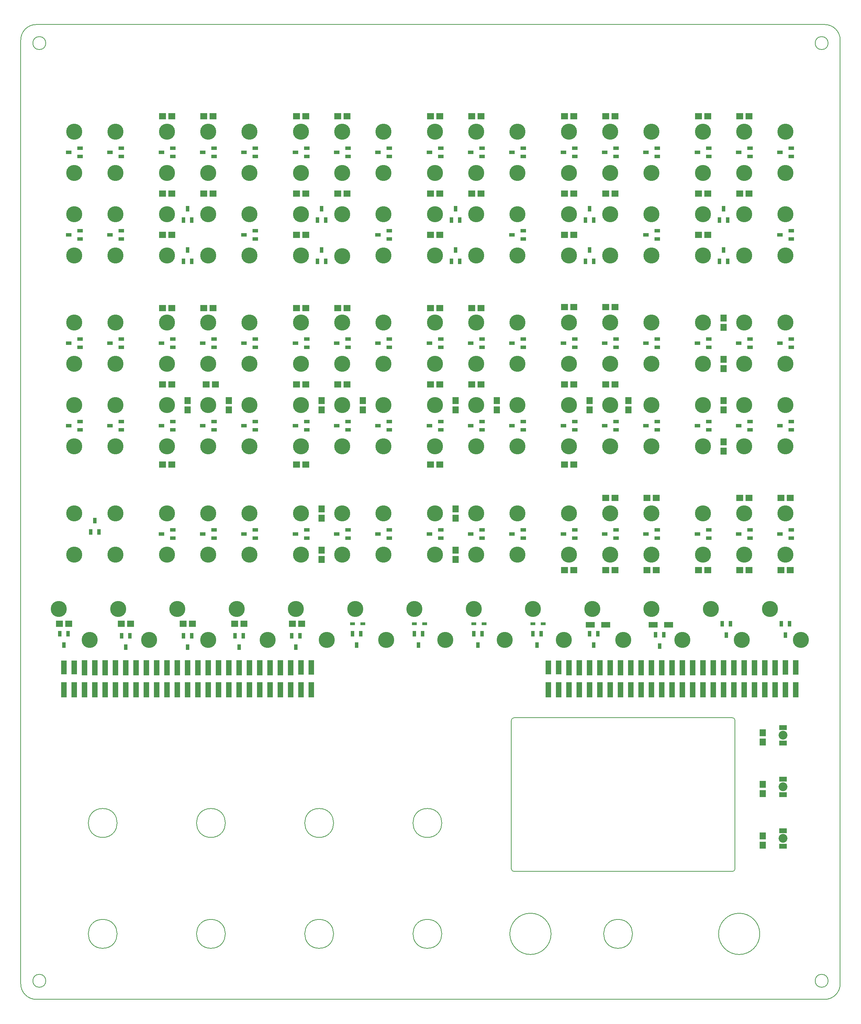
<source format=gbr>
G04 DesignSpark PCB PRO Gerber Version 9.0 Build 5138 *
G04 #@! TF.Part,Single*
G04 #@! TF.FileFunction,Soldermask,Bot *
G04 #@! TF.FilePolarity,Negative *
%FSLAX35Y35*%
%MOIN*%
G04 #@! TA.AperFunction,SMDPad,CuDef*
%ADD95R,0.03600X0.05600*%
%ADD90R,0.05400X0.13600*%
%ADD92R,0.05400X0.14100*%
%ADD91R,0.05400X0.14600*%
%ADD96R,0.06100X0.06600*%
G04 #@! TD.AperFunction*
%ADD13C,0.00500*%
G04 #@! TA.AperFunction,SMDPad,CuDef*
%ADD100C,0.08600*%
G04 #@! TA.AperFunction,ComponentPad*
%ADD26C,0.15600*%
G04 #@! TA.AperFunction,SMDPad,CuDef*
%ADD97R,0.04600X0.02800*%
%ADD93R,0.05600X0.03600*%
%ADD99R,0.07600X0.05000*%
%ADD98R,0.08600X0.05600*%
%ADD94R,0.06600X0.06100*%
X0Y0D02*
D02*
D13*
X15300Y14000D02*
X780300D01*
G75*
G03X795300Y29000J15000*
G01*
Y944000*
G75*
G03X780300Y959000I-15000*
G01*
X15300*
G75*
G03X300Y944000J-15000*
G01*
Y29000*
G75*
G03X15300Y14000I15000*
G01*
X18300Y38300D02*
G75*
G03Y25700J-6300D01*
G01*
G75*
G03Y38300J6300*
G01*
Y947300D02*
G75*
G03Y934700J-6300D01*
G01*
G75*
G03Y947300J6300*
G01*
X79800Y91500D02*
G75*
G03Y63500J-14000D01*
G01*
G75*
G03Y91500J14000*
G01*
Y199000D02*
G75*
G03Y171000J-14000D01*
G01*
G75*
G03Y199000J14000*
G01*
X184800Y91500D02*
G75*
G03Y63500J-14000D01*
G01*
G75*
G03Y91500J14000*
G01*
Y199000D02*
G75*
G03Y171000J-14000D01*
G01*
G75*
G03Y199000J14000*
G01*
X289800Y91500D02*
G75*
G03Y63500J-14000D01*
G01*
G75*
G03Y91500J14000*
G01*
Y199000D02*
G75*
G03Y171000J-14000D01*
G01*
G75*
G03Y199000J14000*
G01*
X394800Y91500D02*
G75*
G03Y63500J-14000D01*
G01*
G75*
G03Y91500J14000*
G01*
Y199000D02*
G75*
G03Y171000J-14000D01*
G01*
G75*
G03Y199000J14000*
G01*
X478800Y138000D02*
X690800D01*
G75*
G03X693300Y140500J2500*
G01*
Y284500*
G75*
G03X690800Y287000I-2500*
G01*
X478800*
G75*
G03X476300Y284500J-2500*
G01*
Y140500*
G75*
G03X478800Y138000I2500*
G01*
X494800Y97500D02*
G75*
G03Y57500J-20000D01*
G01*
G75*
G03Y97500J20000*
G01*
X579800Y91500D02*
G75*
G03Y63500J-14000D01*
G01*
G75*
G03Y91500J14000*
G01*
X697300Y97500D02*
G75*
G03Y57500J-20000D01*
G01*
G75*
G03Y97500J20000*
G01*
X777300Y38300D02*
G75*
G03Y25700J-6300D01*
G01*
G75*
G03Y38300J6300*
G01*
Y947300D02*
G75*
G03Y934700J-6300D01*
G01*
G75*
G03Y947300J6300*
G01*
D02*
D26*
X37300Y392500D03*
X52300Y445000D03*
Y485000D03*
Y550000D03*
Y590000D03*
Y630000D03*
Y670000D03*
Y735000D03*
Y775000D03*
Y815000D03*
Y855000D03*
X67300Y362500D03*
X92300Y445000D03*
Y485000D03*
Y550000D03*
Y590000D03*
Y630000D03*
Y670000D03*
Y735000D03*
Y775000D03*
Y815000D03*
Y855000D03*
X94800Y392500D03*
X124800Y362500D03*
X142300Y445000D03*
Y485000D03*
Y550000D03*
Y590000D03*
Y630000D03*
Y670000D03*
Y735000D03*
Y775000D03*
Y815000D03*
Y855000D03*
X152300Y392500D03*
X182300Y362500D03*
Y445000D03*
Y485000D03*
Y550000D03*
Y590000D03*
Y630000D03*
Y670000D03*
Y735000D03*
Y775000D03*
Y815000D03*
Y855000D03*
X209800Y392500D03*
X222300Y445000D03*
Y485000D03*
Y550000D03*
Y590000D03*
Y630000D03*
Y670000D03*
Y735000D03*
Y775000D03*
Y815000D03*
Y855000D03*
X239800Y362500D03*
X267300Y392500D03*
X272300Y445000D03*
Y485000D03*
Y550000D03*
Y590000D03*
Y630000D03*
Y670000D03*
Y735000D03*
Y775000D03*
Y815000D03*
Y855000D03*
X297300Y362500D03*
X312300Y445000D03*
Y485000D03*
Y550000D03*
Y590000D03*
Y630000D03*
Y670000D03*
Y734500D03*
Y775000D03*
Y815000D03*
Y855000D03*
X324800Y392500D03*
X352300Y445000D03*
Y485000D03*
Y550000D03*
Y590000D03*
Y630000D03*
Y670000D03*
Y735000D03*
Y775000D03*
Y815000D03*
Y855000D03*
X354800Y362500D03*
X382300Y392500D03*
X402300Y445000D03*
Y485000D03*
Y550000D03*
Y590000D03*
Y630000D03*
Y670000D03*
Y735000D03*
Y775000D03*
Y815000D03*
Y855000D03*
X412300Y362500D03*
X439800Y392500D03*
X442300Y445000D03*
Y485000D03*
Y550000D03*
Y590000D03*
Y630000D03*
Y670000D03*
Y735000D03*
Y775000D03*
Y815000D03*
Y855000D03*
X469800Y362500D03*
X482300Y445000D03*
Y485000D03*
Y550000D03*
Y590000D03*
Y630000D03*
Y670000D03*
Y735000D03*
Y775000D03*
Y815000D03*
Y855000D03*
X497300Y392500D03*
X527300Y362500D03*
X532300Y445000D03*
Y485000D03*
Y550000D03*
Y590000D03*
Y630000D03*
Y670000D03*
Y735000D03*
Y775000D03*
Y815000D03*
Y855000D03*
X554800Y392500D03*
X572300Y445000D03*
Y485000D03*
Y550000D03*
Y590000D03*
Y630000D03*
Y670000D03*
Y735000D03*
Y775000D03*
Y815000D03*
Y855000D03*
X584800Y362500D03*
X612300Y392500D03*
Y445000D03*
Y485000D03*
Y550000D03*
Y590000D03*
Y630000D03*
Y670000D03*
Y735000D03*
Y775000D03*
Y815000D03*
Y855000D03*
X642300Y362500D03*
X662300Y445000D03*
Y485000D03*
Y550000D03*
Y590000D03*
Y630000D03*
Y670000D03*
Y735000D03*
Y775000D03*
Y815000D03*
Y855000D03*
X669800Y392500D03*
X699800Y362500D03*
X702300Y445000D03*
Y485000D03*
Y550000D03*
Y590000D03*
Y630000D03*
Y670000D03*
Y735000D03*
Y775000D03*
Y815000D03*
Y855000D03*
X727300Y392500D03*
X742300Y445000D03*
Y485000D03*
Y550000D03*
Y590000D03*
Y630000D03*
Y670000D03*
Y735000D03*
Y775000D03*
Y815000D03*
Y855000D03*
X757300Y362500D03*
D02*
D90*
X42300Y335800D03*
X52300D03*
X512300D03*
X522300D03*
D02*
D91*
X42300Y314000D03*
X52300D03*
X62300D03*
Y335500D03*
X72300Y314000D03*
Y335500D03*
X82300Y314000D03*
Y335500D03*
X92300Y314000D03*
Y335500D03*
X102300Y314000D03*
Y335500D03*
X112300Y314000D03*
Y335500D03*
X122300Y314000D03*
Y335500D03*
X132300Y314000D03*
Y335500D03*
X142300Y314000D03*
Y335500D03*
X152300Y314000D03*
Y335500D03*
X162300Y314000D03*
Y335500D03*
X172300Y314000D03*
Y335500D03*
X182300Y314000D03*
Y335500D03*
X192300Y314000D03*
Y335500D03*
X202300Y314000D03*
Y335500D03*
X212300Y314000D03*
Y335500D03*
X222300Y314000D03*
Y335500D03*
X232300Y314000D03*
Y335500D03*
X242300Y314000D03*
Y335500D03*
X252300Y314000D03*
Y335500D03*
X262300Y314000D03*
Y335500D03*
X272300Y314000D03*
X282300D03*
X512300D03*
X522300D03*
X532300D03*
Y335500D03*
X542300Y314000D03*
Y335500D03*
X552300Y314000D03*
Y335500D03*
X562300Y314000D03*
Y335500D03*
X572300Y314000D03*
Y335500D03*
X582300Y314000D03*
Y335500D03*
X592300Y314000D03*
Y335500D03*
X602300Y314000D03*
Y335500D03*
X612300Y314000D03*
Y335500D03*
X622300Y314000D03*
Y335500D03*
X632300Y314000D03*
Y335500D03*
X642300Y314000D03*
Y335500D03*
X652300Y314000D03*
Y335500D03*
X662300Y314000D03*
Y335500D03*
X672300Y314000D03*
Y335500D03*
X682300Y314000D03*
Y335500D03*
X692300Y314000D03*
Y335500D03*
X702300Y314000D03*
Y335500D03*
X712300Y314000D03*
Y335500D03*
X722300Y314000D03*
Y335500D03*
X732300Y314000D03*
Y335500D03*
X742300Y314000D03*
X752300D03*
D02*
D92*
X272300Y335800D03*
X282300D03*
X742300D03*
X752300D03*
D02*
D93*
X46800Y570000D03*
Y650000D03*
Y755000D03*
Y835000D03*
X57800Y566000D03*
Y574000D03*
Y646000D03*
Y654000D03*
Y751000D03*
Y759000D03*
Y831000D03*
Y839000D03*
X86800Y570000D03*
Y650000D03*
Y755000D03*
Y835000D03*
X97800Y566000D03*
Y574000D03*
Y646000D03*
Y654000D03*
Y751000D03*
Y759000D03*
Y831000D03*
Y839000D03*
X136800Y465000D03*
Y570000D03*
Y650000D03*
Y835000D03*
X147800Y461000D03*
Y469000D03*
Y566000D03*
Y574000D03*
Y646000D03*
Y654000D03*
Y831000D03*
Y839000D03*
X176800Y465000D03*
Y570000D03*
Y650000D03*
Y835000D03*
X187800Y461000D03*
Y469000D03*
Y566000D03*
Y574000D03*
Y646000D03*
Y654000D03*
Y831000D03*
Y839000D03*
X216800Y465000D03*
Y570000D03*
Y650000D03*
Y755000D03*
Y835000D03*
X227800Y461000D03*
Y469000D03*
Y566000D03*
Y574000D03*
Y646000D03*
Y654000D03*
Y751000D03*
Y759000D03*
Y831000D03*
Y839000D03*
X266800Y465000D03*
Y570000D03*
Y650000D03*
Y835000D03*
X277800Y461000D03*
Y469000D03*
Y566000D03*
Y574000D03*
Y646000D03*
Y654000D03*
Y831000D03*
Y839000D03*
X306800Y465000D03*
Y570000D03*
Y650000D03*
Y835000D03*
X317800Y461000D03*
Y469000D03*
Y566000D03*
Y574000D03*
Y646000D03*
Y654000D03*
Y831000D03*
Y839000D03*
X346800Y465000D03*
Y570000D03*
Y650000D03*
Y755000D03*
Y835000D03*
X357800Y461000D03*
Y469000D03*
Y566000D03*
Y574000D03*
Y646000D03*
Y654000D03*
Y751000D03*
Y759000D03*
Y831000D03*
Y839000D03*
X396800Y465000D03*
Y570000D03*
Y650000D03*
Y835000D03*
X407800Y461000D03*
Y469000D03*
Y566000D03*
Y574000D03*
Y646000D03*
Y654000D03*
Y831000D03*
Y839000D03*
X436800Y465000D03*
Y570000D03*
Y650000D03*
Y835000D03*
X447800Y461000D03*
Y469000D03*
Y566000D03*
Y574000D03*
Y646000D03*
Y654000D03*
Y831000D03*
Y839000D03*
X476800Y465000D03*
Y570000D03*
Y650000D03*
Y755000D03*
Y835000D03*
X487800Y461000D03*
Y469000D03*
Y566000D03*
Y574000D03*
Y646000D03*
Y654000D03*
Y751000D03*
Y759000D03*
Y831000D03*
Y839000D03*
X526800Y465000D03*
Y570000D03*
Y650000D03*
Y835000D03*
X537800Y461000D03*
Y469000D03*
Y566000D03*
Y574000D03*
Y646000D03*
Y654000D03*
Y831000D03*
Y839000D03*
X566800Y465000D03*
Y570000D03*
Y650000D03*
Y835000D03*
X577800Y461000D03*
Y469000D03*
Y566000D03*
Y574000D03*
Y646000D03*
Y654000D03*
Y831000D03*
Y839000D03*
X606800Y465000D03*
Y570000D03*
Y650000D03*
Y755000D03*
Y835000D03*
X617800Y461000D03*
Y469000D03*
Y566000D03*
Y574000D03*
Y646000D03*
Y654000D03*
Y751000D03*
Y759000D03*
Y831000D03*
Y839000D03*
X656800Y465000D03*
Y570000D03*
Y650000D03*
Y835000D03*
X667800Y461000D03*
Y469000D03*
Y566000D03*
Y574000D03*
Y646000D03*
Y654000D03*
Y831000D03*
Y839000D03*
X696800Y465000D03*
Y570000D03*
Y650000D03*
Y835000D03*
X707800Y461000D03*
Y469000D03*
Y566000D03*
Y574000D03*
Y646000D03*
Y654000D03*
Y831000D03*
Y839000D03*
X736800Y465000D03*
Y570000D03*
Y650000D03*
Y755000D03*
Y835000D03*
X747800Y461000D03*
Y469000D03*
Y566000D03*
Y574000D03*
Y646000D03*
Y654000D03*
Y751000D03*
Y759000D03*
Y831000D03*
Y839000D03*
D02*
D94*
X37800Y378000D03*
X46800D03*
X97800D03*
X106800D03*
X137800Y532500D03*
Y610000D03*
Y684000D03*
Y755000D03*
Y795000D03*
Y870000D03*
X146800Y532500D03*
Y610000D03*
Y684000D03*
Y755000D03*
Y795000D03*
Y870000D03*
X157800Y378000D03*
X166800D03*
X177800Y684000D03*
Y795000D03*
Y870000D03*
X180300Y610000D03*
X186800Y684000D03*
Y795000D03*
Y870000D03*
X189300Y610000D03*
X207800Y378000D03*
X216800D03*
X263800D03*
X267800Y532500D03*
Y610000D03*
Y684000D03*
Y755000D03*
Y795000D03*
Y870000D03*
X272800Y378000D03*
X276800Y532500D03*
Y610000D03*
Y684000D03*
Y755000D03*
Y795000D03*
Y870000D03*
X307800Y610000D03*
Y684000D03*
Y795000D03*
Y870000D03*
X316800Y610000D03*
Y684000D03*
Y795000D03*
Y870000D03*
X397800Y532500D03*
Y610000D03*
Y684000D03*
Y755000D03*
Y795000D03*
Y870000D03*
X406800Y532500D03*
Y610000D03*
Y684000D03*
Y755000D03*
Y795000D03*
Y870000D03*
X437800Y610000D03*
Y684000D03*
Y795000D03*
Y870000D03*
X446800Y610000D03*
Y684000D03*
Y795000D03*
Y870000D03*
X527800Y430000D03*
Y532500D03*
Y610000D03*
Y685000D03*
Y755000D03*
Y795000D03*
Y870000D03*
X536800Y430000D03*
Y532500D03*
Y610000D03*
Y685000D03*
Y755000D03*
Y795000D03*
Y870000D03*
X567800Y430000D03*
Y500000D03*
Y610000D03*
Y685000D03*
Y795000D03*
Y870000D03*
X576800Y430000D03*
Y500000D03*
Y610000D03*
Y685000D03*
Y795000D03*
Y870000D03*
X607800Y430000D03*
Y500000D03*
X616800Y430000D03*
Y500000D03*
X657800Y430000D03*
Y755000D03*
Y795000D03*
Y870000D03*
X666800Y430000D03*
Y755000D03*
Y795000D03*
Y870000D03*
X697800Y430000D03*
Y500000D03*
Y795000D03*
Y870000D03*
X706800Y430000D03*
Y500000D03*
Y795000D03*
Y870000D03*
X737800Y430000D03*
Y500000D03*
X746800Y430000D03*
Y500000D03*
D02*
D95*
X38300Y368500D03*
X42300Y357500D03*
X46300Y368500D03*
X68300Y467000D03*
X72300Y478000D03*
X76300Y467000D03*
X98300Y366500D03*
X102300Y355500D03*
X106300Y366500D03*
X158300D03*
Y729500D03*
Y769500D03*
X162300Y355500D03*
Y740500D03*
Y780500D03*
X166300Y366500D03*
Y729500D03*
Y769500D03*
X208300Y366500D03*
X212300Y355500D03*
X216300Y366500D03*
X263300D03*
X267300Y355500D03*
X271300Y366500D03*
X288300Y729500D03*
Y769500D03*
X292300Y740500D03*
Y780500D03*
X296300Y729500D03*
Y769500D03*
X322300Y368500D03*
X326300Y357500D03*
X330300Y368500D03*
X382300D03*
X386300Y357500D03*
X390300Y368500D03*
X418300Y729500D03*
Y769500D03*
X422300Y740500D03*
Y780500D03*
X426300Y729500D03*
Y769500D03*
X439800Y368500D03*
X443800Y357500D03*
X447800Y368500D03*
X497300D03*
X501300Y357500D03*
X505300Y368500D03*
X548300Y729500D03*
Y769500D03*
X552300Y368500D03*
Y740500D03*
Y780500D03*
X556300Y357500D03*
Y729500D03*
Y769500D03*
X560300Y368500D03*
X616300Y367500D03*
X620300Y356500D03*
X624300Y367500D03*
X678300Y729500D03*
Y769500D03*
X680800Y378000D03*
X682300Y740500D03*
Y780500D03*
X684800Y367000D03*
X686300Y729500D03*
Y769500D03*
X688800Y378000D03*
X738300D03*
X742300Y367000D03*
X746300Y378000D03*
D02*
D96*
X162300Y585500D03*
Y594500D03*
X202300Y585500D03*
Y594500D03*
X292300Y440500D03*
Y449500D03*
Y480500D03*
Y489500D03*
Y585500D03*
Y594500D03*
X332300Y585500D03*
Y594500D03*
X422300Y440500D03*
Y449500D03*
Y480500D03*
Y489500D03*
Y585500D03*
Y594500D03*
X462300Y585500D03*
Y594500D03*
X552300Y585500D03*
Y594500D03*
X589800Y585500D03*
Y594500D03*
X682300Y545500D03*
Y554500D03*
Y585500D03*
Y594500D03*
Y625500D03*
Y634500D03*
Y665500D03*
Y674500D03*
X720300Y163500D03*
Y172500D03*
Y213500D03*
Y222500D03*
Y263500D03*
Y272500D03*
D02*
D97*
X322300Y378000D03*
X332300D03*
X382300D03*
X392300D03*
X439800D03*
X449800D03*
X497300D03*
X507300D03*
D02*
D98*
X552800Y377000D03*
X567800D03*
X613800D03*
X628800D03*
D02*
D99*
X739800Y162500D03*
Y177500D03*
Y212500D03*
Y227500D03*
Y262500D03*
Y277500D03*
D02*
D100*
Y170000D03*
Y220000D03*
Y270000D03*
X0Y0D02*
M02*

</source>
